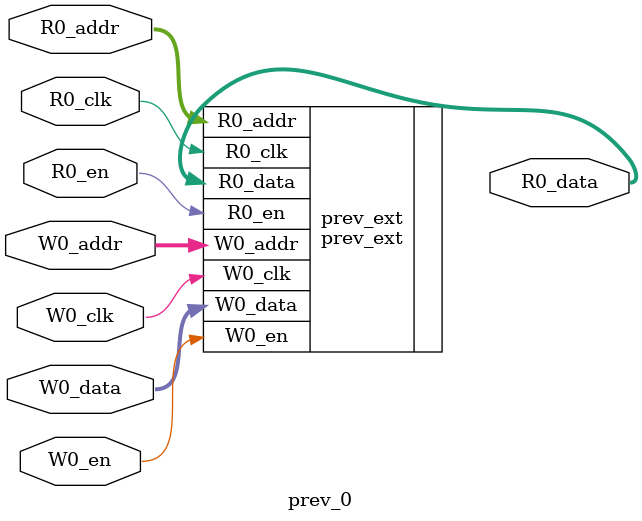
<source format=sv>
`ifndef RANDOMIZE
  `ifdef RANDOMIZE_MEM_INIT
    `define RANDOMIZE
  `endif // RANDOMIZE_MEM_INIT
`endif // not def RANDOMIZE
`ifndef RANDOMIZE
  `ifdef RANDOMIZE_REG_INIT
    `define RANDOMIZE
  `endif // RANDOMIZE_REG_INIT
`endif // not def RANDOMIZE

`ifndef RANDOM
  `define RANDOM $random
`endif // not def RANDOM

// Users can define INIT_RANDOM as general code that gets injected into the
// initializer block for modules with registers.
`ifndef INIT_RANDOM
  `define INIT_RANDOM
`endif // not def INIT_RANDOM

// If using random initialization, you can also define RANDOMIZE_DELAY to
// customize the delay used, otherwise 0.002 is used.
`ifndef RANDOMIZE_DELAY
  `define RANDOMIZE_DELAY 0.002
`endif // not def RANDOMIZE_DELAY

// Define INIT_RANDOM_PROLOG_ for use in our modules below.
`ifndef INIT_RANDOM_PROLOG_
  `ifdef RANDOMIZE
    `ifdef VERILATOR
      `define INIT_RANDOM_PROLOG_ `INIT_RANDOM
    `else  // VERILATOR
      `define INIT_RANDOM_PROLOG_ `INIT_RANDOM #`RANDOMIZE_DELAY begin end
    `endif // VERILATOR
  `else  // RANDOMIZE
    `define INIT_RANDOM_PROLOG_
  `endif // RANDOMIZE
`endif // not def INIT_RANDOM_PROLOG_

// Include register initializers in init blocks unless synthesis is set
`ifndef SYNTHESIS
  `ifndef ENABLE_INITIAL_REG_
    `define ENABLE_INITIAL_REG_
  `endif // not def ENABLE_INITIAL_REG_
`endif // not def SYNTHESIS

// Include rmemory initializers in init blocks unless synthesis is set
`ifndef SYNTHESIS
  `ifndef ENABLE_INITIAL_MEM_
    `define ENABLE_INITIAL_MEM_
  `endif // not def ENABLE_INITIAL_MEM_
`endif // not def SYNTHESIS

// Standard header to adapt well known macros for prints and assertions.

// Users can define 'PRINTF_COND' to add an extra gate to prints.
`ifndef PRINTF_COND_
  `ifdef PRINTF_COND
    `define PRINTF_COND_ (`PRINTF_COND)
  `else  // PRINTF_COND
    `define PRINTF_COND_ 1
  `endif // PRINTF_COND
`endif // not def PRINTF_COND_

// Users can define 'ASSERT_VERBOSE_COND' to add an extra gate to assert error printing.
`ifndef ASSERT_VERBOSE_COND_
  `ifdef ASSERT_VERBOSE_COND
    `define ASSERT_VERBOSE_COND_ (`ASSERT_VERBOSE_COND)
  `else  // ASSERT_VERBOSE_COND
    `define ASSERT_VERBOSE_COND_ 1
  `endif // ASSERT_VERBOSE_COND
`endif // not def ASSERT_VERBOSE_COND_

// Users can define 'STOP_COND' to add an extra gate to stop conditions.
`ifndef STOP_COND_
  `ifdef STOP_COND
    `define STOP_COND_ (`STOP_COND)
  `else  // STOP_COND
    `define STOP_COND_ 1
  `endif // STOP_COND
`endif // not def STOP_COND_

module prev_0(	// ventus/src/cta/resource_table.scala:583:25
  input  [2:0] R0_addr,
  input        R0_en,
               R0_clk,
  output [2:0] R0_data,
  input  [2:0] W0_addr,
  input        W0_en,
               W0_clk,
  input  [2:0] W0_data
);

  prev_ext prev_ext (	// ventus/src/cta/resource_table.scala:583:25
    .R0_addr (R0_addr),
    .R0_en   (R0_en),
    .R0_clk  (R0_clk),
    .R0_data (R0_data),
    .W0_addr (W0_addr),
    .W0_en   (W0_en),
    .W0_clk  (W0_clk),
    .W0_data (W0_data)
  );
endmodule


</source>
